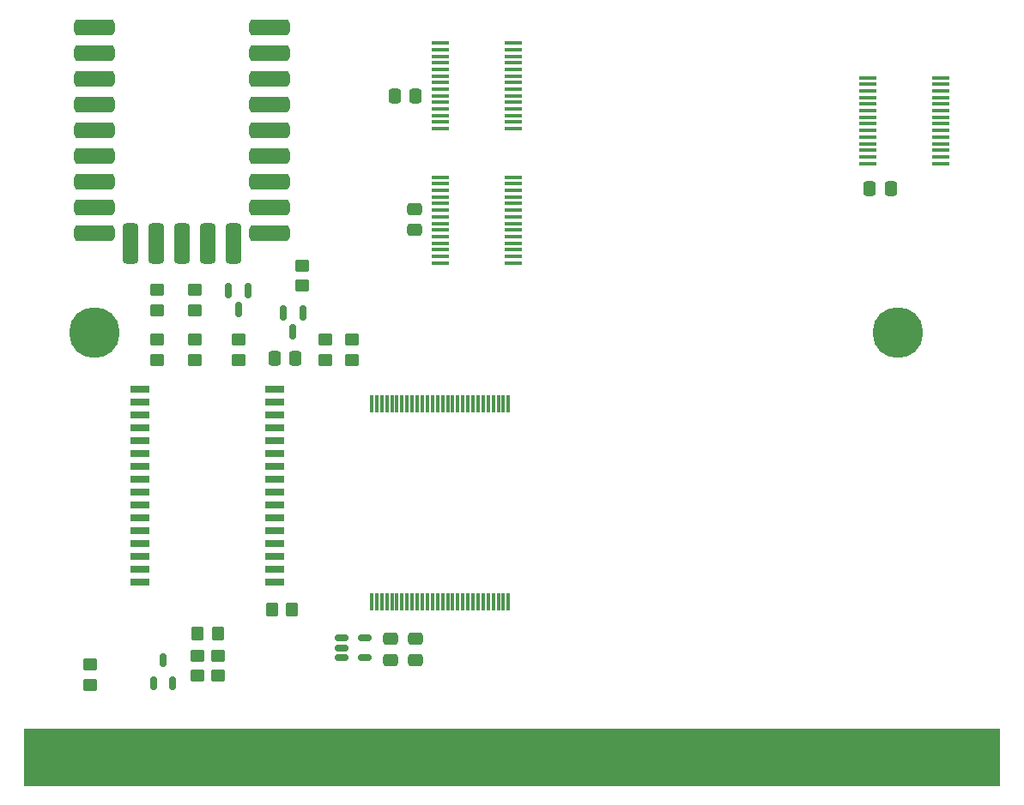
<source format=gbr>
%TF.GenerationSoftware,KiCad,Pcbnew,8.0.1*%
%TF.CreationDate,2024-04-05T12:29:39-07:00*%
%TF.ProjectId,flash-32mbit,666c6173-682d-4333-926d-6269742e6b69,10*%
%TF.SameCoordinates,Original*%
%TF.FileFunction,Soldermask,Top*%
%TF.FilePolarity,Negative*%
%FSLAX46Y46*%
G04 Gerber Fmt 4.6, Leading zero omitted, Abs format (unit mm)*
G04 Created by KiCad (PCBNEW 8.0.1) date 2024-04-05 12:29:39*
%MOMM*%
%LPD*%
G01*
G04 APERTURE LIST*
G04 Aperture macros list*
%AMRoundRect*
0 Rectangle with rounded corners*
0 $1 Rounding radius*
0 $2 $3 $4 $5 $6 $7 $8 $9 X,Y pos of 4 corners*
0 Add a 4 corners polygon primitive as box body*
4,1,4,$2,$3,$4,$5,$6,$7,$8,$9,$2,$3,0*
0 Add four circle primitives for the rounded corners*
1,1,$1+$1,$2,$3*
1,1,$1+$1,$4,$5*
1,1,$1+$1,$6,$7*
1,1,$1+$1,$8,$9*
0 Add four rect primitives between the rounded corners*
20,1,$1+$1,$2,$3,$4,$5,0*
20,1,$1+$1,$4,$5,$6,$7,0*
20,1,$1+$1,$6,$7,$8,$9,0*
20,1,$1+$1,$8,$9,$2,$3,0*%
%AMFreePoly0*
4,1,23,0.858779,2.980902,0.895106,2.930902,0.900000,2.900000,0.900000,1.250000,0.886824,1.200386,0.700000,0.873444,0.700000,-1.400000,0.680902,-1.458779,0.630902,-1.495106,0.600000,-1.500000,-0.600000,-1.500000,-0.658779,-1.480902,-0.695106,-1.430902,-0.700000,-1.400000,-0.700000,0.873444,-0.886824,1.200386,-0.900000,1.250000,-0.900000,2.900000,-0.880902,2.958779,-0.830902,2.995106,
-0.800000,3.000000,0.800000,3.000000,0.858779,2.980902,0.858779,2.980902,$1*%
%AMFreePoly1*
4,1,19,0.558779,1.480902,0.585166,1.452410,0.985166,0.802410,1.000000,0.750000,1.000000,-1.400000,0.980902,-1.458779,0.930902,-1.495106,0.900000,-1.500000,-0.900000,-1.500000,-0.958779,-1.480902,-0.995106,-1.430902,-1.000000,-1.400000,-1.000000,0.750000,-0.985166,0.802410,-0.585166,1.452410,-0.538095,1.492460,-0.500000,1.500000,0.500000,1.500000,0.558779,1.480902,0.558779,1.480902,
$1*%
G04 Aperture macros list end*
%ADD10RoundRect,0.250000X0.450000X-0.350000X0.450000X0.350000X-0.450000X0.350000X-0.450000X-0.350000X0*%
%ADD11RoundRect,0.250000X-0.475000X0.337500X-0.475000X-0.337500X0.475000X-0.337500X0.475000X0.337500X0*%
%ADD12R,1.750000X0.450000*%
%ADD13RoundRect,0.150000X0.150000X-0.512500X0.150000X0.512500X-0.150000X0.512500X-0.150000X-0.512500X0*%
%ADD14R,1.924000X0.700000*%
%ADD15RoundRect,0.250000X-0.450000X0.350000X-0.450000X-0.350000X0.450000X-0.350000X0.450000X0.350000X0*%
%ADD16RoundRect,0.150000X-0.512500X-0.150000X0.512500X-0.150000X0.512500X0.150000X-0.512500X0.150000X0*%
%ADD17RoundRect,0.250000X0.350000X0.450000X-0.350000X0.450000X-0.350000X-0.450000X0.350000X-0.450000X0*%
%ADD18RoundRect,0.250000X-0.350000X-0.450000X0.350000X-0.450000X0.350000X0.450000X-0.350000X0.450000X0*%
%ADD19RoundRect,0.250000X0.337500X0.475000X-0.337500X0.475000X-0.337500X-0.475000X0.337500X-0.475000X0*%
%ADD20RoundRect,0.400000X-1.600000X0.400000X-1.600000X-0.400000X1.600000X-0.400000X1.600000X0.400000X0*%
%ADD21RoundRect,0.400000X0.400000X1.600000X-0.400000X1.600000X-0.400000X-1.600000X0.400000X-1.600000X0*%
%ADD22RoundRect,0.400000X1.600000X-0.400000X1.600000X0.400000X-1.600000X0.400000X-1.600000X-0.400000X0*%
%ADD23C,5.000000*%
%ADD24RoundRect,0.075000X0.075000X-0.809000X0.075000X0.809000X-0.075000X0.809000X-0.075000X-0.809000X0*%
%ADD25FreePoly0,0.000000*%
%ADD26FreePoly1,0.000000*%
%ADD27RoundRect,0.250000X-0.337500X-0.475000X0.337500X-0.475000X0.337500X0.475000X-0.337500X0.475000X0*%
%ADD28RoundRect,0.150000X-0.150000X0.587500X-0.150000X-0.587500X0.150000X-0.587500X0.150000X0.587500X0*%
G04 APERTURE END LIST*
%TO.C,J1*%
G36*
X102100000Y-129675000D02*
G01*
X198300000Y-129675000D01*
X198300000Y-135275000D01*
X102100000Y-135275000D01*
X102100000Y-129675000D01*
G37*
%TD*%
D10*
%TO.C,R12*%
X118900000Y-93200000D03*
X118900000Y-91200000D03*
%TD*%
D11*
%TO.C,C6*%
X140550000Y-78312500D03*
X140550000Y-80387500D03*
%TD*%
D10*
%TO.C,R11*%
X118900000Y-88300000D03*
X118900000Y-86300000D03*
%TD*%
%TO.C,R1*%
X129500000Y-85900000D03*
X129500000Y-83900000D03*
%TD*%
D12*
%TO.C,U7*%
X143100000Y-61925000D03*
X143100000Y-62575000D03*
X143100000Y-63225000D03*
X143100000Y-63875000D03*
X143100000Y-64525000D03*
X143100000Y-65175000D03*
X143100000Y-65825000D03*
X143100000Y-66475000D03*
X143100000Y-67125000D03*
X143100000Y-67775000D03*
X143100000Y-68425000D03*
X143100000Y-69075000D03*
X143100000Y-69725000D03*
X143100000Y-70375000D03*
X150300000Y-70375000D03*
X150300000Y-69725000D03*
X150300000Y-69075000D03*
X150300000Y-68425000D03*
X150300000Y-67775000D03*
X150300000Y-67125000D03*
X150300000Y-66475000D03*
X150300000Y-65825000D03*
X150300000Y-65175000D03*
X150300000Y-64525000D03*
X150300000Y-63875000D03*
X150300000Y-63225000D03*
X150300000Y-62575000D03*
X150300000Y-61925000D03*
%TD*%
D13*
%TO.C,D2*%
X114850000Y-125137500D03*
X116750000Y-125137500D03*
X115800000Y-122862500D03*
%TD*%
D10*
%TO.C,R6*%
X119150000Y-124400000D03*
X119150000Y-122400000D03*
%TD*%
D14*
%TO.C,U2*%
X113537000Y-96125000D03*
X113537000Y-97395000D03*
X113537000Y-98665000D03*
X113537000Y-99935000D03*
X113537000Y-101205000D03*
X113537000Y-102475000D03*
X113537000Y-103745000D03*
X113537000Y-105015000D03*
X113537000Y-106285000D03*
X113537000Y-107555000D03*
X113537000Y-108825000D03*
X113537000Y-110095000D03*
X113537000Y-111365000D03*
X113537000Y-112635000D03*
X113537000Y-113905000D03*
X113537000Y-115175000D03*
X126763000Y-115175000D03*
X126763000Y-113905000D03*
X126763000Y-112635000D03*
X126763000Y-111365000D03*
X126763000Y-110095000D03*
X126763000Y-108825000D03*
X126763000Y-107555000D03*
X126763000Y-106285000D03*
X126763000Y-105015000D03*
X126763000Y-103745000D03*
X126763000Y-102475000D03*
X126763000Y-101205000D03*
X126763000Y-99935000D03*
X126763000Y-98665000D03*
X126763000Y-97395000D03*
X126763000Y-96125000D03*
%TD*%
D11*
%TO.C,C4*%
X140700000Y-120762500D03*
X140700000Y-122837500D03*
%TD*%
D15*
%TO.C,R8*%
X108600000Y-123300000D03*
X108600000Y-125300000D03*
%TD*%
D16*
%TO.C,U3*%
X133375000Y-120700000D03*
X133375000Y-121650000D03*
X133375000Y-122600000D03*
X135650000Y-122600000D03*
X135650000Y-120700000D03*
%TD*%
D11*
%TO.C,C2*%
X138200000Y-120762500D03*
X138200000Y-122837500D03*
%TD*%
D12*
%TO.C,U6*%
X143100000Y-75175000D03*
X143100000Y-75825000D03*
X143100000Y-76475000D03*
X143100000Y-77125000D03*
X143100000Y-77775000D03*
X143100000Y-78425000D03*
X143100000Y-79075000D03*
X143100000Y-79725000D03*
X143100000Y-80375000D03*
X143100000Y-81025000D03*
X143100000Y-81675000D03*
X143100000Y-82325000D03*
X143100000Y-82975000D03*
X143100000Y-83625000D03*
X150300000Y-83625000D03*
X150300000Y-82975000D03*
X150300000Y-82325000D03*
X150300000Y-81675000D03*
X150300000Y-81025000D03*
X150300000Y-80375000D03*
X150300000Y-79725000D03*
X150300000Y-79075000D03*
X150300000Y-78425000D03*
X150300000Y-77775000D03*
X150300000Y-77125000D03*
X150300000Y-76475000D03*
X150300000Y-75825000D03*
X150300000Y-75175000D03*
%TD*%
D10*
%TO.C,R10*%
X115200000Y-88300000D03*
X115200000Y-86300000D03*
%TD*%
D17*
%TO.C,R4*%
X121200000Y-120250000D03*
X119200000Y-120250000D03*
%TD*%
D18*
%TO.C,R5*%
X126500000Y-117900000D03*
X128500000Y-117900000D03*
%TD*%
D15*
%TO.C,R13*%
X123200000Y-91200000D03*
X123200000Y-93200000D03*
%TD*%
%TO.C,R9*%
X115200000Y-91200000D03*
X115200000Y-93200000D03*
%TD*%
D19*
%TO.C,C1*%
X128837500Y-93100000D03*
X126762500Y-93100000D03*
%TD*%
D20*
%TO.C,U4*%
X126300000Y-60340000D03*
X126300000Y-62880000D03*
X126300000Y-65420000D03*
X126300000Y-67960000D03*
X126300000Y-70500000D03*
X126300000Y-73040000D03*
X126300000Y-75580000D03*
X126300000Y-78120000D03*
X126300000Y-80660000D03*
D21*
X122730000Y-81700000D03*
X120190000Y-81700000D03*
X117650000Y-81700000D03*
X115110000Y-81700000D03*
X112570000Y-81700000D03*
D22*
X109050000Y-80660000D03*
X109050000Y-78120000D03*
X109050000Y-75580000D03*
X109050000Y-73040000D03*
X109050000Y-70500000D03*
X109050000Y-67960000D03*
X109050000Y-65420000D03*
X109050000Y-62880000D03*
X109050000Y-60340000D03*
%TD*%
D23*
%TO.C,H1*%
X109000000Y-90500000D03*
%TD*%
D10*
%TO.C,R3*%
X134400000Y-93200000D03*
X134400000Y-91200000D03*
%TD*%
D15*
%TO.C,R14*%
X131800000Y-91200000D03*
X131800000Y-93200000D03*
%TD*%
D24*
%TO.C,U1*%
X136350000Y-117084000D03*
X136850000Y-117084000D03*
X137350000Y-117084000D03*
X137850000Y-117084000D03*
X138350000Y-117084000D03*
X138850000Y-117084000D03*
X139350000Y-117084000D03*
X139850000Y-117084000D03*
X140350000Y-117084000D03*
X140850000Y-117084000D03*
X141350000Y-117084000D03*
X141850000Y-117084000D03*
X142350000Y-117084000D03*
X142850000Y-117084000D03*
X143350000Y-117084000D03*
X143850000Y-117084000D03*
X144350000Y-117084000D03*
X144850000Y-117084000D03*
X145350000Y-117084000D03*
X145850000Y-117084000D03*
X146350000Y-117084000D03*
X146850000Y-117084000D03*
X147350000Y-117084000D03*
X147850000Y-117084000D03*
X148350000Y-117084000D03*
X148850000Y-117084000D03*
X149350000Y-117084000D03*
X149850000Y-117084000D03*
X149850000Y-97516000D03*
X149350000Y-97516000D03*
X148850000Y-97516000D03*
X148350000Y-97516000D03*
X147850000Y-97516000D03*
X147350000Y-97516000D03*
X146850000Y-97516000D03*
X146350000Y-97516000D03*
X145850000Y-97516000D03*
X145350000Y-97516000D03*
X144850000Y-97516000D03*
X144350000Y-97516000D03*
X143850000Y-97516000D03*
X143350000Y-97516000D03*
X142850000Y-97516000D03*
X142350000Y-97516000D03*
X141850000Y-97516000D03*
X141350000Y-97516000D03*
X140850000Y-97516000D03*
X140350000Y-97516000D03*
X139850000Y-97516000D03*
X139350000Y-97516000D03*
X138850000Y-97516000D03*
X138350000Y-97516000D03*
X137850000Y-97516000D03*
X137350000Y-97516000D03*
X136850000Y-97516000D03*
X136350000Y-97516000D03*
%TD*%
D25*
%TO.C,J1*%
X104000000Y-132775000D03*
D26*
X106100000Y-132775000D03*
D25*
X108200000Y-132775000D03*
D26*
X110300000Y-132775000D03*
D25*
X112400000Y-132775000D03*
D26*
X114500000Y-132775000D03*
D25*
X116600000Y-132775000D03*
D26*
X118700000Y-132775000D03*
D25*
X120800000Y-132775000D03*
D26*
X122900000Y-132775000D03*
D25*
X125000000Y-132775000D03*
D26*
X127100000Y-132775000D03*
D25*
X129200000Y-132775000D03*
D26*
X131300000Y-132775000D03*
D25*
X133400000Y-132775000D03*
D26*
X135500000Y-132775000D03*
D25*
X137600000Y-132775000D03*
D26*
X139700000Y-132775000D03*
D25*
X141800000Y-132775000D03*
D26*
X143900000Y-132775000D03*
D25*
X146000000Y-132775000D03*
D26*
X148100000Y-132775000D03*
D25*
X150200000Y-132775000D03*
D26*
X152300000Y-132775000D03*
D25*
X154400000Y-132775000D03*
D26*
X156500000Y-132775000D03*
D25*
X158600000Y-132775000D03*
D26*
X160700000Y-132775000D03*
D25*
X162800000Y-132775000D03*
D26*
X164900000Y-132775000D03*
D25*
X167000000Y-132775000D03*
D26*
X169100000Y-132775000D03*
D25*
X171200000Y-132775000D03*
D26*
X173300000Y-132775000D03*
D25*
X175400000Y-132775000D03*
D26*
X177500000Y-132775000D03*
D25*
X179600000Y-132775000D03*
D26*
X181700000Y-132775000D03*
D25*
X183800000Y-132775000D03*
D26*
X185900000Y-132775000D03*
D25*
X188000000Y-132775000D03*
D26*
X190100000Y-132775000D03*
D25*
X192200000Y-132775000D03*
D26*
X194300000Y-132775000D03*
D25*
X196400000Y-132775000D03*
%TD*%
D10*
%TO.C,R2*%
X121200000Y-124400000D03*
X121200000Y-122400000D03*
%TD*%
D12*
%TO.C,U5*%
X185300000Y-65350000D03*
X185300000Y-66000000D03*
X185300000Y-66650000D03*
X185300000Y-67300000D03*
X185300000Y-67950000D03*
X185300000Y-68600000D03*
X185300000Y-69250000D03*
X185300000Y-69900000D03*
X185300000Y-70550000D03*
X185300000Y-71200000D03*
X185300000Y-71850000D03*
X185300000Y-72500000D03*
X185300000Y-73150000D03*
X185300000Y-73800000D03*
X192500000Y-73800000D03*
X192500000Y-73150000D03*
X192500000Y-72500000D03*
X192500000Y-71850000D03*
X192500000Y-71200000D03*
X192500000Y-70550000D03*
X192500000Y-69900000D03*
X192500000Y-69250000D03*
X192500000Y-68600000D03*
X192500000Y-67950000D03*
X192500000Y-67300000D03*
X192500000Y-66650000D03*
X192500000Y-66000000D03*
X192500000Y-65350000D03*
%TD*%
D27*
%TO.C,C5*%
X185462500Y-76275000D03*
X187537500Y-76275000D03*
%TD*%
D28*
%TO.C,D3*%
X124150000Y-86362500D03*
X122250000Y-86362500D03*
X123200000Y-88237500D03*
%TD*%
D23*
%TO.C,H2*%
X188250000Y-90500000D03*
%TD*%
D27*
%TO.C,C7*%
X138612500Y-67150000D03*
X140687500Y-67150000D03*
%TD*%
D28*
%TO.C,D1*%
X129550000Y-88562500D03*
X127650000Y-88562500D03*
X128600000Y-90437500D03*
%TD*%
M02*

</source>
